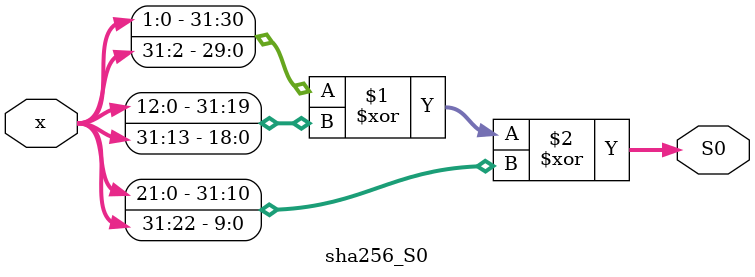
<source format=sv>
module sha256_S0 (
          input wire [31:0] x,
          output wire [31:0] S0
          );

      assign S0 = ({x[1:0], x[31:2]} ^ {x[12:0], x[31:13]} ^ {x[21:0], x[31:22]});

      endmodule
</source>
